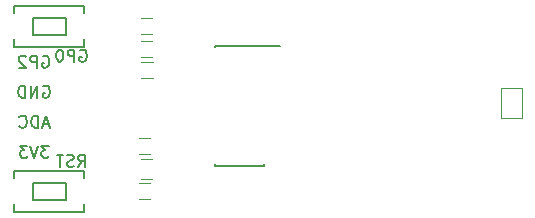
<source format=gbo>
%TF.GenerationSoftware,KiCad,Pcbnew,4.0.4-stable*%
%TF.CreationDate,2017-03-14T02:38:26+02:00*%
%TF.ProjectId,esp-4digit-display,6573702D3464696769742D646973706C,rev?*%
%TF.FileFunction,Legend,Bot*%
%FSLAX46Y46*%
G04 Gerber Fmt 4.6, Leading zero omitted, Abs format (unit mm)*
G04 Created by KiCad (PCBNEW 4.0.4-stable) date 03/14/17 02:38:26*
%MOMM*%
%LPD*%
G01*
G04 APERTURE LIST*
%ADD10C,0.200000*%
%ADD11C,0.150000*%
%ADD12C,0.120000*%
G04 APERTURE END LIST*
D10*
D11*
X152824000Y-93096000D02*
X152824000Y-93121000D01*
X148674000Y-93096000D02*
X148674000Y-93201000D01*
X148674000Y-103246000D02*
X148674000Y-103141000D01*
X152824000Y-103246000D02*
X152824000Y-103141000D01*
X152824000Y-93096000D02*
X148674000Y-93096000D01*
X152824000Y-103246000D02*
X148674000Y-103246000D01*
X152824000Y-93121000D02*
X154199000Y-93121000D01*
D12*
X142418000Y-95803000D02*
X143418000Y-95803000D01*
X143418000Y-94443000D02*
X142418000Y-94443000D01*
X142205000Y-106090000D02*
X143205000Y-106090000D01*
X143205000Y-104730000D02*
X142205000Y-104730000D01*
X143205000Y-100920000D02*
X142205000Y-100920000D01*
X142205000Y-102280000D02*
X143205000Y-102280000D01*
X143375000Y-92665000D02*
X142375000Y-92665000D01*
X142375000Y-94025000D02*
X143375000Y-94025000D01*
X142375000Y-92120000D02*
X143375000Y-92120000D01*
X143375000Y-90760000D02*
X142375000Y-90760000D01*
D11*
X136020000Y-90740000D02*
X133220000Y-90740000D01*
X133220000Y-90740000D02*
X133220000Y-92140000D01*
X133220000Y-92140000D02*
X136020000Y-92140000D01*
X136020000Y-92140000D02*
X136020000Y-90740000D01*
X131620000Y-89690000D02*
X131620000Y-90340000D01*
X131620000Y-93190000D02*
X131620000Y-92540000D01*
X137620000Y-92540000D02*
X137620000Y-93190000D01*
X137620000Y-89690000D02*
X137620000Y-90340000D01*
X131620000Y-89690000D02*
X137620000Y-89690000D01*
X137620000Y-93190000D02*
X131620000Y-93190000D01*
X133220000Y-106110000D02*
X136020000Y-106110000D01*
X136020000Y-106110000D02*
X136020000Y-104710000D01*
X136020000Y-104710000D02*
X133220000Y-104710000D01*
X133220000Y-104710000D02*
X133220000Y-106110000D01*
X137620000Y-107160000D02*
X137620000Y-106510000D01*
X137620000Y-103660000D02*
X137620000Y-104310000D01*
X131620000Y-104310000D02*
X131620000Y-103660000D01*
X131620000Y-107160000D02*
X131620000Y-106510000D01*
X137620000Y-107160000D02*
X131620000Y-107160000D01*
X131620000Y-103660000D02*
X137620000Y-103660000D01*
D12*
X142375000Y-102655000D02*
X143375000Y-102655000D01*
X143375000Y-104355000D02*
X142375000Y-104355000D01*
X174626000Y-96642000D02*
X174626000Y-99182000D01*
X172846000Y-99182000D02*
X172846000Y-96642000D01*
X172846000Y-99182000D02*
X174626000Y-99182000D01*
X174626000Y-96642000D02*
X172846000Y-96642000D01*
D11*
X137239285Y-93480000D02*
X137334523Y-93432381D01*
X137477380Y-93432381D01*
X137620238Y-93480000D01*
X137715476Y-93575238D01*
X137763095Y-93670476D01*
X137810714Y-93860952D01*
X137810714Y-94003810D01*
X137763095Y-94194286D01*
X137715476Y-94289524D01*
X137620238Y-94384762D01*
X137477380Y-94432381D01*
X137382142Y-94432381D01*
X137239285Y-94384762D01*
X137191666Y-94337143D01*
X137191666Y-94003810D01*
X137382142Y-94003810D01*
X136763095Y-94432381D02*
X136763095Y-93432381D01*
X136382142Y-93432381D01*
X136286904Y-93480000D01*
X136239285Y-93527619D01*
X136191666Y-93622857D01*
X136191666Y-93765714D01*
X136239285Y-93860952D01*
X136286904Y-93908571D01*
X136382142Y-93956190D01*
X136763095Y-93956190D01*
X135572619Y-93432381D02*
X135477380Y-93432381D01*
X135382142Y-93480000D01*
X135334523Y-93527619D01*
X135286904Y-93622857D01*
X135239285Y-93813333D01*
X135239285Y-94051429D01*
X135286904Y-94241905D01*
X135334523Y-94337143D01*
X135382142Y-94384762D01*
X135477380Y-94432381D01*
X135572619Y-94432381D01*
X135667857Y-94384762D01*
X135715476Y-94337143D01*
X135763095Y-94241905D01*
X135810714Y-94051429D01*
X135810714Y-93813333D01*
X135763095Y-93622857D01*
X135715476Y-93527619D01*
X135667857Y-93480000D01*
X135572619Y-93432381D01*
X137072619Y-103322381D02*
X137405953Y-102846190D01*
X137644048Y-103322381D02*
X137644048Y-102322381D01*
X137263095Y-102322381D01*
X137167857Y-102370000D01*
X137120238Y-102417619D01*
X137072619Y-102512857D01*
X137072619Y-102655714D01*
X137120238Y-102750952D01*
X137167857Y-102798571D01*
X137263095Y-102846190D01*
X137644048Y-102846190D01*
X136691667Y-103274762D02*
X136548810Y-103322381D01*
X136310714Y-103322381D01*
X136215476Y-103274762D01*
X136167857Y-103227143D01*
X136120238Y-103131905D01*
X136120238Y-103036667D01*
X136167857Y-102941429D01*
X136215476Y-102893810D01*
X136310714Y-102846190D01*
X136501191Y-102798571D01*
X136596429Y-102750952D01*
X136644048Y-102703333D01*
X136691667Y-102608095D01*
X136691667Y-102512857D01*
X136644048Y-102417619D01*
X136596429Y-102370000D01*
X136501191Y-102322381D01*
X136263095Y-102322381D01*
X136120238Y-102370000D01*
X135834524Y-102322381D02*
X135263095Y-102322381D01*
X135548810Y-103322381D02*
X135548810Y-102322381D01*
X134588095Y-99734667D02*
X134111904Y-99734667D01*
X134683333Y-100020381D02*
X134350000Y-99020381D01*
X134016666Y-100020381D01*
X133683333Y-100020381D02*
X133683333Y-99020381D01*
X133445238Y-99020381D01*
X133302380Y-99068000D01*
X133207142Y-99163238D01*
X133159523Y-99258476D01*
X133111904Y-99448952D01*
X133111904Y-99591810D01*
X133159523Y-99782286D01*
X133207142Y-99877524D01*
X133302380Y-99972762D01*
X133445238Y-100020381D01*
X133683333Y-100020381D01*
X132111904Y-99925143D02*
X132159523Y-99972762D01*
X132302380Y-100020381D01*
X132397618Y-100020381D01*
X132540476Y-99972762D01*
X132635714Y-99877524D01*
X132683333Y-99782286D01*
X132730952Y-99591810D01*
X132730952Y-99448952D01*
X132683333Y-99258476D01*
X132635714Y-99163238D01*
X132540476Y-99068000D01*
X132397618Y-99020381D01*
X132302380Y-99020381D01*
X132159523Y-99068000D01*
X132111904Y-99115619D01*
X134111904Y-96528000D02*
X134207142Y-96480381D01*
X134349999Y-96480381D01*
X134492857Y-96528000D01*
X134588095Y-96623238D01*
X134635714Y-96718476D01*
X134683333Y-96908952D01*
X134683333Y-97051810D01*
X134635714Y-97242286D01*
X134588095Y-97337524D01*
X134492857Y-97432762D01*
X134349999Y-97480381D01*
X134254761Y-97480381D01*
X134111904Y-97432762D01*
X134064285Y-97385143D01*
X134064285Y-97051810D01*
X134254761Y-97051810D01*
X133635714Y-97480381D02*
X133635714Y-96480381D01*
X133064285Y-97480381D01*
X133064285Y-96480381D01*
X132588095Y-97480381D02*
X132588095Y-96480381D01*
X132350000Y-96480381D01*
X132207142Y-96528000D01*
X132111904Y-96623238D01*
X132064285Y-96718476D01*
X132016666Y-96908952D01*
X132016666Y-97051810D01*
X132064285Y-97242286D01*
X132111904Y-97337524D01*
X132207142Y-97432762D01*
X132350000Y-97480381D01*
X132588095Y-97480381D01*
X134588095Y-101560381D02*
X133969047Y-101560381D01*
X134302381Y-101941333D01*
X134159523Y-101941333D01*
X134064285Y-101988952D01*
X134016666Y-102036571D01*
X133969047Y-102131810D01*
X133969047Y-102369905D01*
X134016666Y-102465143D01*
X134064285Y-102512762D01*
X134159523Y-102560381D01*
X134445238Y-102560381D01*
X134540476Y-102512762D01*
X134588095Y-102465143D01*
X133683333Y-101560381D02*
X133350000Y-102560381D01*
X133016666Y-101560381D01*
X132778571Y-101560381D02*
X132159523Y-101560381D01*
X132492857Y-101941333D01*
X132349999Y-101941333D01*
X132254761Y-101988952D01*
X132207142Y-102036571D01*
X132159523Y-102131810D01*
X132159523Y-102369905D01*
X132207142Y-102465143D01*
X132254761Y-102512762D01*
X132349999Y-102560381D01*
X132635714Y-102560381D01*
X132730952Y-102512762D01*
X132778571Y-102465143D01*
X134064285Y-93988000D02*
X134159523Y-93940381D01*
X134302380Y-93940381D01*
X134445238Y-93988000D01*
X134540476Y-94083238D01*
X134588095Y-94178476D01*
X134635714Y-94368952D01*
X134635714Y-94511810D01*
X134588095Y-94702286D01*
X134540476Y-94797524D01*
X134445238Y-94892762D01*
X134302380Y-94940381D01*
X134207142Y-94940381D01*
X134064285Y-94892762D01*
X134016666Y-94845143D01*
X134016666Y-94511810D01*
X134207142Y-94511810D01*
X133588095Y-94940381D02*
X133588095Y-93940381D01*
X133207142Y-93940381D01*
X133111904Y-93988000D01*
X133064285Y-94035619D01*
X133016666Y-94130857D01*
X133016666Y-94273714D01*
X133064285Y-94368952D01*
X133111904Y-94416571D01*
X133207142Y-94464190D01*
X133588095Y-94464190D01*
X132635714Y-94035619D02*
X132588095Y-93988000D01*
X132492857Y-93940381D01*
X132254761Y-93940381D01*
X132159523Y-93988000D01*
X132111904Y-94035619D01*
X132064285Y-94130857D01*
X132064285Y-94226095D01*
X132111904Y-94368952D01*
X132683333Y-94940381D01*
X132064285Y-94940381D01*
M02*

</source>
